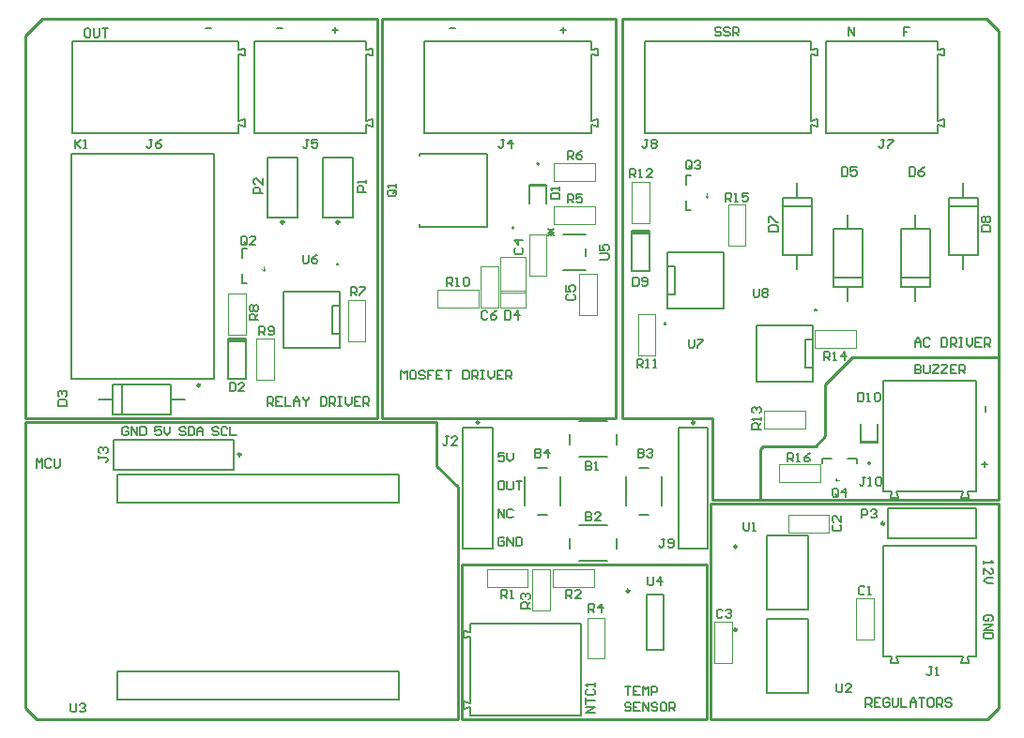
<source format=gto>
G04*
G04 #@! TF.GenerationSoftware,Altium Limited,Altium Designer,24.5.2 (23)*
G04*
G04 Layer_Color=65535*
%FSLAX24Y24*%
%MOIN*%
G70*
G04*
G04 #@! TF.SameCoordinates,ED3D9C19-DC03-4723-BF3F-0792F9F3BFAD*
G04*
G04*
G04 #@! TF.FilePolarity,Positive*
G04*
G01*
G75*
%ADD10C,0.0098*%
%ADD11C,0.0079*%
%ADD12C,0.0050*%
%ADD13C,0.0100*%
%ADD14C,0.0080*%
%ADD15C,0.0039*%
%ADD16C,0.0040*%
%ADD17C,0.0025*%
%ADD18C,0.0080*%
%ADD19C,0.0060*%
D10*
X28738Y7100D02*
G03*
X28738Y7100I-49J0D01*
G01*
X23499Y3325D02*
G03*
X23499Y3325I-49J0D01*
G01*
X9383Y17814D02*
G03*
X9383Y17814I-49J0D01*
G01*
X7415D02*
G03*
X7415Y17814I-49J0D01*
G01*
X4437Y12018D02*
G03*
X4437Y12018I-49J0D01*
G01*
X21999Y10689D02*
G03*
X21999Y10689I-49J0D01*
G01*
X5888Y9550D02*
G03*
X5888Y9550I-49J0D01*
G01*
X23499Y6275D02*
G03*
X23499Y6275I-49J0D01*
G01*
X14349Y10689D02*
G03*
X14349Y10689I-49J0D01*
G01*
X19685Y4704D02*
G03*
X19685Y4704I-49J0D01*
G01*
D11*
X28239Y9237D02*
G03*
X28239Y9237I-39J0D01*
G01*
X15590Y17618D02*
G03*
X15590Y17618I-39J0D01*
G01*
X16474Y19881D02*
G03*
X16474Y19881I-39J0D01*
G01*
X26681Y20966D02*
X30619D01*
X26681Y24234D02*
X30619D01*
X26681Y20966D02*
Y24234D01*
X30855Y21212D02*
Y21468D01*
X30619Y21419D02*
X30855Y21468D01*
X30619Y21261D02*
X30855Y21212D01*
X30619Y20966D02*
Y21261D01*
X30855Y23732D02*
Y23988D01*
X30619Y23939D02*
X30855Y23988D01*
X30619Y23781D02*
X30855Y23732D01*
X30619Y23939D02*
Y24234D01*
Y21419D02*
Y23781D01*
X31984Y6570D02*
Y7630D01*
X28866D02*
X31984D01*
X28866Y6570D02*
Y7630D01*
Y6570D02*
X31984D01*
X29169Y8231D02*
X31531D01*
X31689D02*
X31984D01*
X31482Y7995D02*
X31531Y8231D01*
X31689D02*
X31738Y7995D01*
X31482D02*
X31738D01*
X28716Y8231D02*
X29011D01*
X28962Y7995D02*
X29011Y8231D01*
X29169D02*
X29218Y7995D01*
X28962D02*
X29218D01*
X28716Y12169D02*
X31984D01*
Y8231D02*
Y12169D01*
X28716Y8231D02*
Y12169D01*
X26540Y9248D02*
Y9406D01*
X26874D01*
X27770Y9248D02*
Y9406D01*
X27426D02*
X27770D01*
X24572Y3719D02*
X26028D01*
Y1081D02*
Y3719D01*
X24572Y1081D02*
X26028D01*
X24572D02*
Y3719D01*
X29169Y2382D02*
X31531D01*
X31689D02*
X31984D01*
X31482Y2145D02*
X31531Y2382D01*
X31689D02*
X31738Y2145D01*
X31482D02*
X31738D01*
X28716Y2382D02*
X29011D01*
X28962Y2145D02*
X29011Y2382D01*
X29169D02*
X29218Y2145D01*
X28962D02*
X29218D01*
X28716Y6319D02*
X31984D01*
Y2382D02*
Y6319D01*
X28716Y2382D02*
Y6319D01*
X8805Y20109D02*
X9864D01*
X8805Y17991D02*
Y20109D01*
Y17991D02*
X9864D01*
Y20109D01*
X6836D02*
X7895D01*
X6836Y17991D02*
Y20109D01*
Y17991D02*
X7895D01*
Y20109D01*
X-120Y12254D02*
Y20246D01*
X4920D01*
Y12254D02*
Y20246D01*
X-120Y12254D02*
X4920D01*
X5803Y21419D02*
Y23781D01*
Y23939D02*
Y24234D01*
Y23781D02*
X6039Y23732D01*
X5803Y23939D02*
X6039Y23988D01*
Y23732D02*
Y23988D01*
X5803Y20966D02*
Y21261D01*
X6039Y21212D01*
X5803Y21419D02*
X6039Y21468D01*
Y21212D02*
Y21468D01*
X-103Y20966D02*
Y24234D01*
X5803D01*
X-103Y20966D02*
X5803D01*
X6381D02*
X10318D01*
X6381Y24234D02*
X10318D01*
X6381Y20966D02*
Y24234D01*
X10555Y21212D02*
Y21468D01*
X10318Y21419D02*
X10555Y21468D01*
X10318Y21261D02*
X10555Y21212D01*
X10318Y20966D02*
Y21261D01*
X10555Y23732D02*
Y23988D01*
X10318Y23939D02*
X10555Y23988D01*
X10318Y23781D02*
X10555Y23732D01*
X10318Y23939D02*
Y24234D01*
Y21419D02*
Y23781D01*
X5944Y16526D02*
Y16870D01*
X6102D01*
X5944Y15640D02*
Y15974D01*
Y15640D02*
X6102D01*
X18319Y21419D02*
Y23781D01*
Y23939D02*
Y24234D01*
Y23781D02*
X18555Y23732D01*
X18319Y23939D02*
X18555Y23988D01*
Y23732D02*
Y23988D01*
X18319Y20966D02*
Y21261D01*
X18555Y21212D01*
X18319Y21419D02*
X18555Y21468D01*
Y21212D02*
Y21468D01*
X12413Y20966D02*
Y24234D01*
X18319D01*
X12413Y20966D02*
X18319D01*
X21694Y18240D02*
X21852D01*
X21694D02*
Y18574D01*
Y19470D02*
X21852D01*
X21694Y19126D02*
Y19470D01*
X17888Y5770D02*
X18912D01*
X17888Y7030D02*
X18912D01*
X19227Y6223D02*
Y6577D01*
X17573Y6223D02*
Y6577D01*
X17888Y9470D02*
X18912D01*
X17888Y10730D02*
X18912D01*
X19227Y9923D02*
Y10277D01*
X17573Y9923D02*
Y10277D01*
X22482Y6202D02*
Y10498D01*
X21418Y6202D02*
X22482D01*
X21418D02*
Y10498D01*
X22482D01*
X15970Y7738D02*
Y8762D01*
X17230Y7738D02*
Y8762D01*
X16423Y7423D02*
X16777D01*
X16423Y9077D02*
X16777D01*
X19570Y7738D02*
Y8762D01*
X20830Y7738D02*
Y8762D01*
X20023Y7423D02*
X20377D01*
X20023Y9077D02*
X20377D01*
X5648Y9018D02*
Y10081D01*
X1352D02*
X5648D01*
X1352Y9018D02*
Y10081D01*
Y9018D02*
X5648D01*
X14031Y719D02*
Y3081D01*
Y266D02*
Y561D01*
X13795Y768D02*
X14031Y719D01*
X13795Y512D02*
X14031Y561D01*
X13795Y512D02*
Y768D01*
X14031Y3239D02*
Y3534D01*
X13795Y3288D02*
X14031Y3239D01*
X13795Y3032D02*
X14031Y3081D01*
X13795Y3032D02*
Y3288D01*
X17968Y266D02*
Y3534D01*
X14031Y266D02*
X17968D01*
X14031Y3534D02*
X17968D01*
X24572Y4031D02*
Y6669D01*
Y4031D02*
X26028D01*
Y6669D01*
X24572D02*
X26028D01*
X14832Y6202D02*
Y10498D01*
X13769Y6202D02*
X14832D01*
X13769D02*
Y10498D01*
X14832D01*
X20229Y20966D02*
X26134D01*
X20229Y24234D02*
X26134D01*
X20229Y20966D02*
Y24234D01*
X26370Y21212D02*
Y21468D01*
X26134Y21419D02*
X26370Y21468D01*
X26134Y21261D02*
X26370Y21212D01*
X26134Y20966D02*
Y21261D01*
X26370Y23732D02*
Y23988D01*
X26134Y23939D02*
X26370Y23988D01*
X26134Y23781D02*
X26370Y23732D01*
X26134Y23939D02*
Y24234D01*
Y21419D02*
Y23781D01*
X20285Y2616D02*
X20915D01*
X20285Y4584D02*
X20915D01*
Y2616D02*
Y4584D01*
X20285Y2616D02*
Y4584D01*
X19529Y1310D02*
X19739D01*
X19634D01*
Y996D01*
X20054Y1310D02*
X19844D01*
Y996D01*
X20054D01*
X19844Y1153D02*
X19949D01*
X20158Y996D02*
Y1310D01*
X20263Y1205D01*
X20368Y1310D01*
Y996D01*
X20473D02*
Y1310D01*
X20631D01*
X20683Y1258D01*
Y1153D01*
X20631Y1101D01*
X20473D01*
X19739Y691D02*
X19686Y744D01*
X19581D01*
X19529Y691D01*
Y639D01*
X19581Y586D01*
X19686D01*
X19739Y534D01*
Y481D01*
X19686Y429D01*
X19581D01*
X19529Y481D01*
X20054Y744D02*
X19844D01*
Y429D01*
X20054D01*
X19844Y586D02*
X19949D01*
X20158Y429D02*
Y744D01*
X20368Y429D01*
Y744D01*
X20683Y691D02*
X20631Y744D01*
X20526D01*
X20473Y691D01*
Y639D01*
X20526Y586D01*
X20631D01*
X20683Y534D01*
Y481D01*
X20631Y429D01*
X20526D01*
X20473Y481D01*
X20946Y744D02*
X20841D01*
X20788Y691D01*
Y481D01*
X20841Y429D01*
X20946D01*
X20998Y481D01*
Y691D01*
X20946Y744D01*
X21103Y429D02*
Y744D01*
X21260D01*
X21313Y691D01*
Y586D01*
X21260Y534D01*
X21103D01*
X21208D02*
X21313Y429D01*
X24643Y17488D02*
X24957D01*
Y17645D01*
X24905Y17698D01*
X24695D01*
X24643Y17645D01*
Y17488D01*
Y17802D02*
Y18012D01*
X24695D01*
X24905Y17802D01*
X24957D01*
X28748Y20757D02*
X28643D01*
X28695D01*
Y20495D01*
X28643Y20443D01*
X28590D01*
X28538Y20495D01*
X28852Y20757D02*
X29062D01*
Y20705D01*
X28852Y20495D01*
Y20443D01*
X32344Y11281D02*
Y11071D01*
X32291Y9313D02*
Y9103D01*
X32396Y9208D02*
X32186D01*
X29829Y12744D02*
Y12429D01*
X29986D01*
X30039Y12481D01*
Y12534D01*
X29986Y12586D01*
X29829D01*
X29986D01*
X30039Y12639D01*
Y12691D01*
X29986Y12744D01*
X29829D01*
X30144D02*
Y12481D01*
X30196Y12429D01*
X30301D01*
X30354Y12481D01*
Y12744D01*
X30458D02*
X30668D01*
Y12691D01*
X30458Y12481D01*
Y12429D01*
X30668D01*
X30773Y12744D02*
X30983D01*
Y12691D01*
X30773Y12481D01*
Y12429D01*
X30983D01*
X31298Y12744D02*
X31088D01*
Y12429D01*
X31298D01*
X31088Y12586D02*
X31193D01*
X31403Y12429D02*
Y12744D01*
X31560D01*
X31613Y12691D01*
Y12586D01*
X31560Y12534D01*
X31403D01*
X31508D02*
X31613Y12429D01*
X24088Y15457D02*
Y15195D01*
X24140Y15143D01*
X24245D01*
X24298Y15195D01*
Y15457D01*
X24402Y15405D02*
X24455Y15457D01*
X24560D01*
X24612Y15405D01*
Y15352D01*
X24560Y15300D01*
X24612Y15248D01*
Y15195D01*
X24560Y15143D01*
X24455D01*
X24402Y15195D01*
Y15248D01*
X24455Y15300D01*
X24402Y15352D01*
Y15405D01*
X24455Y15300D02*
X24560D01*
X26322Y14715D02*
Y14662D01*
X26270D01*
Y14715D01*
X26322D01*
X27938Y7293D02*
Y7607D01*
X28095D01*
X28148Y7555D01*
Y7450D01*
X28095Y7398D01*
X27938D01*
X28252Y7555D02*
X28305Y7607D01*
X28410D01*
X28462Y7555D01*
Y7502D01*
X28410Y7450D01*
X28357D01*
X28410D01*
X28462Y7398D01*
Y7345D01*
X28410Y7293D01*
X28305D01*
X28252Y7345D01*
X28066Y8757D02*
X27961D01*
X28014D01*
Y8495D01*
X27961Y8443D01*
X27909D01*
X27856Y8495D01*
X28171Y8443D02*
X28276D01*
X28224D01*
Y8757D01*
X28171Y8705D01*
X28434D02*
X28486Y8757D01*
X28591D01*
X28644Y8705D01*
Y8495D01*
X28591Y8443D01*
X28486D01*
X28434Y8495D01*
Y8705D01*
X27806Y11757D02*
Y11443D01*
X27964D01*
X28016Y11495D01*
Y11705D01*
X27964Y11757D01*
X27806D01*
X28121Y11443D02*
X28226D01*
X28174D01*
Y11757D01*
X28121Y11705D01*
X28384D02*
X28436Y11757D01*
X28541D01*
X28594Y11705D01*
Y11495D01*
X28541Y11443D01*
X28436D01*
X28384Y11495D01*
Y11705D01*
X25306Y9293D02*
Y9607D01*
X25464D01*
X25516Y9555D01*
Y9450D01*
X25464Y9398D01*
X25306D01*
X25411D02*
X25516Y9293D01*
X25621D02*
X25726D01*
X25674D01*
Y9607D01*
X25621Y9555D01*
X26094Y9607D02*
X25989Y9555D01*
X25884Y9450D01*
Y9345D01*
X25936Y9293D01*
X26041D01*
X26094Y9345D01*
Y9398D01*
X26041Y9450D01*
X25884D01*
X27098Y8095D02*
Y8305D01*
X27045Y8357D01*
X26940D01*
X26888Y8305D01*
Y8095D01*
X26940Y8043D01*
X27045D01*
X26993Y8148D02*
X27098Y8043D01*
X27045D02*
X27098Y8095D01*
X27360Y8043D02*
Y8357D01*
X27202Y8200D01*
X27412D01*
X9350Y16350D02*
Y16298D01*
X9298D01*
Y16350D01*
X9350D01*
X6829Y11279D02*
Y11594D01*
X6986D01*
X7039Y11541D01*
Y11436D01*
X6986Y11384D01*
X6829D01*
X6934D02*
X7039Y11279D01*
X7354Y11594D02*
X7144D01*
Y11279D01*
X7354D01*
X7144Y11436D02*
X7249D01*
X7458Y11594D02*
Y11279D01*
X7668D01*
X7773D02*
Y11489D01*
X7878Y11594D01*
X7983Y11489D01*
Y11279D01*
Y11436D01*
X7773D01*
X8088Y11594D02*
Y11541D01*
X8193Y11436D01*
X8298Y11541D01*
Y11594D01*
X8193Y11436D02*
Y11279D01*
X8718Y11594D02*
Y11279D01*
X8875D01*
X8928Y11331D01*
Y11541D01*
X8875Y11594D01*
X8718D01*
X9033Y11279D02*
Y11594D01*
X9190D01*
X9243Y11541D01*
Y11436D01*
X9190Y11384D01*
X9033D01*
X9138D02*
X9243Y11279D01*
X9348Y11594D02*
X9453D01*
X9400D01*
Y11279D01*
X9348D01*
X9453D01*
X9610Y11594D02*
Y11384D01*
X9715Y11279D01*
X9820Y11384D01*
Y11594D01*
X10135D02*
X9925D01*
Y11279D01*
X10135D01*
X9925Y11436D02*
X10030D01*
X10240Y11279D02*
Y11594D01*
X10397D01*
X10450Y11541D01*
Y11436D01*
X10397Y11384D01*
X10240D01*
X10345D02*
X10450Y11279D01*
X17237Y24641D02*
X17447D01*
X17342Y24746D02*
Y24536D01*
X13300Y24694D02*
X13510D01*
X20928Y14185D02*
Y14238D01*
X20980D01*
Y14185D01*
X20928D01*
X28079Y579D02*
Y894D01*
X28236D01*
X28289Y841D01*
Y736D01*
X28236Y684D01*
X28079D01*
X28184D02*
X28289Y579D01*
X28604Y894D02*
X28394D01*
Y579D01*
X28604D01*
X28394Y736D02*
X28499D01*
X28918Y841D02*
X28866Y894D01*
X28761D01*
X28708Y841D01*
Y631D01*
X28761Y579D01*
X28866D01*
X28918Y631D01*
Y736D01*
X28813D01*
X29023Y894D02*
Y631D01*
X29076Y579D01*
X29181D01*
X29233Y631D01*
Y894D01*
X29338D02*
Y579D01*
X29548D01*
X29653D02*
Y789D01*
X29758Y894D01*
X29863Y789D01*
Y579D01*
Y736D01*
X29653D01*
X29968Y894D02*
X30178D01*
X30073D01*
Y579D01*
X30440Y894D02*
X30335D01*
X30283Y841D01*
Y631D01*
X30335Y579D01*
X30440D01*
X30493Y631D01*
Y841D01*
X30440Y894D01*
X30598Y579D02*
Y894D01*
X30755D01*
X30808Y841D01*
Y736D01*
X30755Y684D01*
X30598D01*
X30703D02*
X30808Y579D01*
X31122Y841D02*
X31070Y894D01*
X30965D01*
X30912Y841D01*
Y789D01*
X30965Y736D01*
X31070D01*
X31122Y684D01*
Y631D01*
X31070Y579D01*
X30965D01*
X30912Y631D01*
X29829Y13379D02*
Y13589D01*
X29934Y13694D01*
X30039Y13589D01*
Y13379D01*
Y13536D01*
X29829D01*
X30354Y13641D02*
X30301Y13694D01*
X30196D01*
X30144Y13641D01*
Y13431D01*
X30196Y13379D01*
X30301D01*
X30354Y13431D01*
X30773Y13694D02*
Y13379D01*
X30931D01*
X30983Y13431D01*
Y13641D01*
X30931Y13694D01*
X30773D01*
X31088Y13379D02*
Y13694D01*
X31246D01*
X31298Y13641D01*
Y13536D01*
X31246Y13484D01*
X31088D01*
X31193D02*
X31298Y13379D01*
X31403Y13694D02*
X31508D01*
X31456D01*
Y13379D01*
X31403D01*
X31508D01*
X31665Y13694D02*
Y13484D01*
X31770Y13379D01*
X31875Y13484D01*
Y13694D01*
X32190D02*
X31980D01*
Y13379D01*
X32190D01*
X31980Y13536D02*
X32085D01*
X32295Y13379D02*
Y13694D01*
X32453D01*
X32505Y13641D01*
Y13536D01*
X32453Y13484D01*
X32295D01*
X32400D02*
X32505Y13379D01*
X11579Y12229D02*
Y12544D01*
X11684Y12439D01*
X11789Y12544D01*
Y12229D01*
X12051Y12544D02*
X11946D01*
X11894Y12491D01*
Y12281D01*
X11946Y12229D01*
X12051D01*
X12104Y12281D01*
Y12491D01*
X12051Y12544D01*
X12418Y12491D02*
X12366Y12544D01*
X12261D01*
X12208Y12491D01*
Y12439D01*
X12261Y12386D01*
X12366D01*
X12418Y12334D01*
Y12281D01*
X12366Y12229D01*
X12261D01*
X12208Y12281D01*
X12733Y12544D02*
X12523D01*
Y12386D01*
X12628D01*
X12523D01*
Y12229D01*
X13048Y12544D02*
X12838D01*
Y12229D01*
X13048D01*
X12838Y12386D02*
X12943D01*
X13153Y12544D02*
X13363D01*
X13258D01*
Y12229D01*
X13783Y12544D02*
Y12229D01*
X13940D01*
X13993Y12281D01*
Y12491D01*
X13940Y12544D01*
X13783D01*
X14098Y12229D02*
Y12544D01*
X14255D01*
X14308Y12491D01*
Y12386D01*
X14255Y12334D01*
X14098D01*
X14203D02*
X14308Y12229D01*
X14412Y12544D02*
X14517D01*
X14465D01*
Y12229D01*
X14412D01*
X14517D01*
X14675Y12544D02*
Y12334D01*
X14780Y12229D01*
X14885Y12334D01*
Y12544D01*
X15200D02*
X14990D01*
Y12229D01*
X15200D01*
X14990Y12386D02*
X15095D01*
X15305Y12229D02*
Y12544D01*
X15462D01*
X15514Y12491D01*
Y12386D01*
X15462Y12334D01*
X15305D01*
X15410D02*
X15514Y12229D01*
X15029Y7305D02*
Y7620D01*
X15239Y7305D01*
Y7620D01*
X15553Y7567D02*
X15501Y7620D01*
X15396D01*
X15344Y7567D01*
Y7358D01*
X15396Y7305D01*
X15501D01*
X15553Y7358D01*
X15186Y8620D02*
X15081D01*
X15029Y8567D01*
Y8358D01*
X15081Y8305D01*
X15186D01*
X15239Y8358D01*
Y8567D01*
X15186Y8620D01*
X15344D02*
Y8358D01*
X15396Y8305D01*
X15501D01*
X15553Y8358D01*
Y8620D01*
X15658D02*
X15868D01*
X15763D01*
Y8305D01*
X15239Y6567D02*
X15186Y6620D01*
X15081D01*
X15029Y6567D01*
Y6358D01*
X15081Y6305D01*
X15186D01*
X15239Y6358D01*
Y6462D01*
X15134D01*
X15344Y6305D02*
Y6620D01*
X15553Y6305D01*
Y6620D01*
X15658D02*
Y6305D01*
X15816D01*
X15868Y6358D01*
Y6567D01*
X15816Y6620D01*
X15658D01*
X15239Y9620D02*
X15029D01*
Y9462D01*
X15134Y9515D01*
X15186D01*
X15239Y9462D01*
Y9358D01*
X15186Y9305D01*
X15081D01*
X15029Y9358D01*
X15344Y9620D02*
Y9410D01*
X15449Y9305D01*
X15553Y9410D01*
Y9620D01*
X5089Y10491D02*
X5036Y10544D01*
X4931D01*
X4879Y10491D01*
Y10439D01*
X4931Y10386D01*
X5036D01*
X5089Y10334D01*
Y10281D01*
X5036Y10229D01*
X4931D01*
X4879Y10281D01*
X5404Y10491D02*
X5351Y10544D01*
X5246D01*
X5194Y10491D01*
Y10281D01*
X5246Y10229D01*
X5351D01*
X5404Y10281D01*
X5508Y10544D02*
Y10229D01*
X5718D01*
X3917Y10491D02*
X3865Y10544D01*
X3760D01*
X3707Y10491D01*
Y10439D01*
X3760Y10386D01*
X3865D01*
X3917Y10334D01*
Y10281D01*
X3865Y10229D01*
X3760D01*
X3707Y10281D01*
X4022Y10544D02*
Y10229D01*
X4179D01*
X4232Y10281D01*
Y10491D01*
X4179Y10544D01*
X4022D01*
X4337Y10229D02*
Y10439D01*
X4442Y10544D01*
X4547Y10439D01*
Y10229D01*
Y10386D01*
X4337D01*
X3060Y10544D02*
X2850D01*
Y10386D01*
X2955Y10439D01*
X3008D01*
X3060Y10386D01*
Y10281D01*
X3008Y10229D01*
X2903D01*
X2850Y10281D01*
X3165Y10544D02*
Y10334D01*
X3270Y10229D01*
X3375Y10334D01*
Y10544D01*
X1889Y10491D02*
X1836Y10544D01*
X1731D01*
X1679Y10491D01*
Y10281D01*
X1731Y10229D01*
X1836D01*
X1889Y10281D01*
Y10386D01*
X1784D01*
X1994Y10229D02*
Y10544D01*
X2204Y10229D01*
Y10544D01*
X2308D02*
Y10229D01*
X2466D01*
X2518Y10281D01*
Y10491D01*
X2466Y10544D01*
X2308D01*
X-1371Y9079D02*
Y9394D01*
X-1266Y9289D01*
X-1161Y9394D01*
Y9079D01*
X-847Y9341D02*
X-899Y9394D01*
X-1004D01*
X-1056Y9341D01*
Y9131D01*
X-1004Y9079D01*
X-899D01*
X-847Y9131D01*
X-742Y9394D02*
Y9131D01*
X-689Y9079D01*
X-584D01*
X-532Y9131D01*
Y9394D01*
X493Y24694D02*
X388D01*
X336Y24641D01*
Y24431D01*
X388Y24379D01*
X493D01*
X546Y24431D01*
Y24641D01*
X493Y24694D01*
X651D02*
Y24431D01*
X703Y24379D01*
X808D01*
X861Y24431D01*
Y24694D01*
X966D02*
X1176D01*
X1071D01*
Y24379D01*
X4622Y24694D02*
X4832D01*
X9137Y24641D02*
X9347D01*
X9242Y24746D02*
Y24536D01*
X7169Y24694D02*
X7379D01*
X32541Y3625D02*
X32594Y3677D01*
Y3782D01*
X32541Y3835D01*
X32331D01*
X32279Y3782D01*
Y3677D01*
X32331Y3625D01*
X32436D01*
Y3730D01*
X32279Y3520D02*
X32594D01*
X32279Y3310D01*
X32594D01*
Y3205D02*
X32279D01*
Y3048D01*
X32331Y2995D01*
X32541D01*
X32594Y3048D01*
Y3205D01*
X32279Y5764D02*
Y5659D01*
Y5712D01*
X32594D01*
X32541Y5764D01*
X32279Y5292D02*
Y5502D01*
X32489Y5292D01*
X32541D01*
X32594Y5344D01*
Y5449D01*
X32541Y5502D01*
X32594Y5187D02*
X32384D01*
X32279Y5082D01*
X32384Y4977D01*
X32594D01*
X22939Y24694D02*
X22886Y24746D01*
X22781D01*
X22729Y24694D01*
Y24641D01*
X22781Y24589D01*
X22886D01*
X22939Y24536D01*
Y24484D01*
X22886Y24431D01*
X22781D01*
X22729Y24484D01*
X23254Y24694D02*
X23201Y24746D01*
X23096D01*
X23044Y24694D01*
Y24641D01*
X23096Y24589D01*
X23201D01*
X23254Y24536D01*
Y24484D01*
X23201Y24431D01*
X23096D01*
X23044Y24484D01*
X23358Y24431D02*
Y24746D01*
X23516D01*
X23568Y24694D01*
Y24589D01*
X23516Y24536D01*
X23358D01*
X23463D02*
X23568Y24431D01*
X27469D02*
Y24746D01*
X27679Y24431D01*
Y24746D01*
X29647D02*
X29437D01*
Y24589D01*
X29542D01*
X29437D01*
Y24431D01*
X16785Y17562D02*
X16995Y17353D01*
X16785D02*
X16995Y17562D01*
X16785Y17457D02*
X16995D01*
X16890Y17353D02*
Y17562D01*
X6657Y18838D02*
X6343D01*
Y18995D01*
X6395Y19048D01*
X6500D01*
X6552Y18995D01*
Y18838D01*
X6657Y19362D02*
Y19152D01*
X6448Y19362D01*
X6395D01*
X6343Y19310D01*
Y19205D01*
X6395Y19152D01*
X10342Y18888D02*
X10027D01*
Y19045D01*
X10079Y19098D01*
X10184D01*
X10237Y19045D01*
Y18888D01*
X10342Y19202D02*
Y19307D01*
Y19255D01*
X10027D01*
X10079Y19202D01*
X23106Y18543D02*
Y18857D01*
X23264D01*
X23316Y18805D01*
Y18700D01*
X23264Y18648D01*
X23106D01*
X23211D02*
X23316Y18543D01*
X23421D02*
X23526D01*
X23474D01*
Y18857D01*
X23421Y18805D01*
X23894Y18857D02*
X23684D01*
Y18700D01*
X23789Y18752D01*
X23841D01*
X23894Y18700D01*
Y18595D01*
X23841Y18543D01*
X23736D01*
X23684Y18595D01*
X19808Y15857D02*
Y15543D01*
X19965D01*
X20018Y15595D01*
Y15805D01*
X19965Y15857D01*
X19808D01*
X20123Y15595D02*
X20175Y15543D01*
X20280D01*
X20333Y15595D01*
Y15805D01*
X20280Y15857D01*
X20175D01*
X20123Y15805D01*
Y15753D01*
X20175Y15700D01*
X20333D01*
X16338Y9757D02*
Y9443D01*
X16495D01*
X16548Y9495D01*
Y9548D01*
X16495Y9600D01*
X16338D01*
X16495D01*
X16548Y9652D01*
Y9705D01*
X16495Y9757D01*
X16338D01*
X16810Y9443D02*
Y9757D01*
X16652Y9600D01*
X16862D01*
X19988Y9757D02*
Y9443D01*
X20145D01*
X20198Y9495D01*
Y9548D01*
X20145Y9600D01*
X19988D01*
X20145D01*
X20198Y9652D01*
Y9705D01*
X20145Y9757D01*
X19988D01*
X20302Y9705D02*
X20355Y9757D01*
X20460D01*
X20512Y9705D01*
Y9652D01*
X20460Y9600D01*
X20407D01*
X20460D01*
X20512Y9548D01*
Y9495D01*
X20460Y9443D01*
X20355D01*
X20302Y9495D01*
X18138Y7507D02*
Y7193D01*
X18295D01*
X18348Y7245D01*
Y7298D01*
X18295Y7350D01*
X18138D01*
X18295D01*
X18348Y7402D01*
Y7455D01*
X18295Y7507D01*
X18138D01*
X18662Y7193D02*
X18452D01*
X18662Y7402D01*
Y7455D01*
X18610Y7507D01*
X18505D01*
X18452Y7455D01*
X18138Y9307D02*
Y8993D01*
X18295D01*
X18348Y9045D01*
Y9098D01*
X18295Y9150D01*
X18138D01*
X18295D01*
X18348Y9202D01*
Y9255D01*
X18295Y9307D01*
X18138D01*
X18452Y8993D02*
X18557D01*
X18505D01*
Y9307D01*
X18452Y9255D01*
X20948Y6557D02*
X20843D01*
X20895D01*
Y6295D01*
X20843Y6243D01*
X20790D01*
X20738Y6295D01*
X21052D02*
X21105Y6243D01*
X21210D01*
X21262Y6295D01*
Y6505D01*
X21210Y6557D01*
X21105D01*
X21052Y6505D01*
Y6452D01*
X21105Y6400D01*
X21262D01*
X11355Y18950D02*
X11145D01*
X11093Y18898D01*
Y18793D01*
X11145Y18740D01*
X11355D01*
X11407Y18793D01*
Y18898D01*
X11302Y18845D02*
X11407Y18950D01*
Y18898D02*
X11355Y18950D01*
X11407Y19055D02*
Y19160D01*
Y19107D01*
X11093D01*
X11145Y19055D01*
X21788Y13657D02*
Y13395D01*
X21840Y13343D01*
X21945D01*
X21998Y13395D01*
Y13657D01*
X22102D02*
X22312D01*
Y13605D01*
X22102Y13395D01*
Y13343D01*
X8088Y16657D02*
Y16395D01*
X8140Y16343D01*
X8245D01*
X8298Y16395D01*
Y16657D01*
X8612D02*
X8507Y16605D01*
X8402Y16500D01*
Y16395D01*
X8455Y16343D01*
X8560D01*
X8612Y16395D01*
Y16448D01*
X8560Y16500D01*
X8402D01*
X18643Y16488D02*
X18905D01*
X18957Y16540D01*
Y16645D01*
X18905Y16698D01*
X18643D01*
Y17012D02*
Y16802D01*
X18800D01*
X18748Y16907D01*
Y16960D01*
X18800Y17012D01*
X18905D01*
X18957Y16960D01*
Y16855D01*
X18905Y16802D01*
X20338Y5207D02*
Y4945D01*
X20390Y4893D01*
X20495D01*
X20548Y4945D01*
Y5207D01*
X20810Y4893D02*
Y5207D01*
X20652Y5050D01*
X20862D01*
X26606Y12893D02*
Y13207D01*
X26764D01*
X26816Y13155D01*
Y13050D01*
X26764Y12998D01*
X26606D01*
X26711D02*
X26816Y12893D01*
X26921D02*
X27026D01*
X26974D01*
Y13207D01*
X26921Y13155D01*
X27341Y12893D02*
Y13207D01*
X27184Y13050D01*
X27394D01*
X24357Y10456D02*
X24043D01*
Y10614D01*
X24095Y10666D01*
X24200D01*
X24252Y10614D01*
Y10456D01*
Y10561D02*
X24357Y10666D01*
Y10771D02*
Y10876D01*
Y10824D01*
X24043D01*
X24095Y10771D01*
Y11034D02*
X24043Y11086D01*
Y11191D01*
X24095Y11244D01*
X24148D01*
X24200Y11191D01*
Y11139D01*
Y11191D01*
X24252Y11244D01*
X24305D01*
X24357Y11191D01*
Y11086D01*
X24305Y11034D01*
X19706Y19393D02*
Y19707D01*
X19864D01*
X19916Y19655D01*
Y19550D01*
X19864Y19498D01*
X19706D01*
X19811D02*
X19916Y19393D01*
X20021D02*
X20126D01*
X20074D01*
Y19707D01*
X20021Y19655D01*
X20494Y19393D02*
X20284D01*
X20494Y19602D01*
Y19655D01*
X20441Y19707D01*
X20336D01*
X20284Y19655D01*
X19959Y12643D02*
Y12957D01*
X20116D01*
X20169Y12905D01*
Y12800D01*
X20116Y12748D01*
X19959D01*
X20064D02*
X20169Y12643D01*
X20274D02*
X20379D01*
X20326D01*
Y12957D01*
X20274Y12905D01*
X20536Y12643D02*
X20641D01*
X20589D01*
Y12957D01*
X20536Y12905D01*
X13206Y15543D02*
Y15857D01*
X13364D01*
X13416Y15805D01*
Y15700D01*
X13364Y15648D01*
X13206D01*
X13311D02*
X13416Y15543D01*
X13521D02*
X13626D01*
X13574D01*
Y15857D01*
X13521Y15805D01*
X13784D02*
X13836Y15857D01*
X13941D01*
X13994Y15805D01*
Y15595D01*
X13941Y15543D01*
X13836D01*
X13784Y15595D01*
Y15805D01*
X6538Y13793D02*
Y14107D01*
X6695D01*
X6748Y14055D01*
Y13950D01*
X6695Y13898D01*
X6538D01*
X6643D02*
X6748Y13793D01*
X6852Y13845D02*
X6905Y13793D01*
X7010D01*
X7062Y13845D01*
Y14055D01*
X7010Y14107D01*
X6905D01*
X6852Y14055D01*
Y14002D01*
X6905Y13950D01*
X7062D01*
X6507Y14338D02*
X6193D01*
Y14495D01*
X6245Y14548D01*
X6350D01*
X6402Y14495D01*
Y14338D01*
Y14443D02*
X6507Y14548D01*
X6245Y14652D02*
X6193Y14705D01*
Y14810D01*
X6245Y14862D01*
X6298D01*
X6350Y14810D01*
X6402Y14862D01*
X6455D01*
X6507Y14810D01*
Y14705D01*
X6455Y14652D01*
X6402D01*
X6350Y14705D01*
X6298Y14652D01*
X6245D01*
X6350Y14705D02*
Y14810D01*
X9788Y15193D02*
Y15507D01*
X9945D01*
X9998Y15455D01*
Y15350D01*
X9945Y15298D01*
X9788D01*
X9893D02*
X9998Y15193D01*
X10102Y15507D02*
X10312D01*
Y15455D01*
X10102Y15245D01*
Y15193D01*
X17488Y20043D02*
Y20357D01*
X17645D01*
X17698Y20305D01*
Y20200D01*
X17645Y20148D01*
X17488D01*
X17593D02*
X17698Y20043D01*
X18012Y20357D02*
X17907Y20305D01*
X17802Y20200D01*
Y20095D01*
X17855Y20043D01*
X17960D01*
X18012Y20095D01*
Y20148D01*
X17960Y20200D01*
X17802D01*
X17488Y18493D02*
Y18807D01*
X17645D01*
X17698Y18755D01*
Y18650D01*
X17645Y18598D01*
X17488D01*
X17593D02*
X17698Y18493D01*
X18012Y18807D02*
X17802D01*
Y18650D01*
X17907Y18702D01*
X17960D01*
X18012Y18650D01*
Y18545D01*
X17960Y18493D01*
X17855D01*
X17802Y18545D01*
X18238Y3943D02*
Y4257D01*
X18395D01*
X18448Y4205D01*
Y4100D01*
X18395Y4048D01*
X18238D01*
X18343D02*
X18448Y3943D01*
X18710D02*
Y4257D01*
X18552Y4100D01*
X18762D01*
X16157Y4088D02*
X15843D01*
Y4245D01*
X15895Y4298D01*
X16000D01*
X16052Y4245D01*
Y4088D01*
Y4193D02*
X16157Y4298D01*
X15895Y4402D02*
X15843Y4455D01*
Y4560D01*
X15895Y4612D01*
X15948D01*
X16000Y4560D01*
Y4507D01*
Y4560D01*
X16052Y4612D01*
X16105D01*
X16157Y4560D01*
Y4455D01*
X16105Y4402D01*
X17438Y4443D02*
Y4757D01*
X17595D01*
X17648Y4705D01*
Y4600D01*
X17595Y4548D01*
X17438D01*
X17543D02*
X17648Y4443D01*
X17962D02*
X17752D01*
X17962Y4652D01*
Y4705D01*
X17910Y4757D01*
X17805D01*
X17752Y4705D01*
X15140Y4443D02*
Y4757D01*
X15298D01*
X15350Y4705D01*
Y4600D01*
X15298Y4548D01*
X15140D01*
X15245D02*
X15350Y4443D01*
X15455D02*
X15560D01*
X15507D01*
Y4757D01*
X15455Y4705D01*
X21898Y19745D02*
Y19955D01*
X21845Y20007D01*
X21740D01*
X21688Y19955D01*
Y19745D01*
X21740Y19693D01*
X21845D01*
X21793Y19798D02*
X21898Y19693D01*
X21845D02*
X21898Y19745D01*
X22002Y19955D02*
X22055Y20007D01*
X22160D01*
X22212Y19955D01*
Y19902D01*
X22160Y19850D01*
X22107D01*
X22160D01*
X22212Y19798D01*
Y19745D01*
X22160Y19693D01*
X22055D01*
X22002Y19745D01*
X6098Y17056D02*
Y17266D01*
X6045Y17319D01*
X5940D01*
X5888Y17266D01*
Y17056D01*
X5940Y17004D01*
X6045D01*
X5993Y17109D02*
X6098Y17004D01*
X6045D02*
X6098Y17056D01*
X6412Y17004D02*
X6202D01*
X6412Y17214D01*
Y17266D01*
X6360Y17319D01*
X6255D01*
X6202Y17266D01*
X18457Y375D02*
X18143D01*
X18457Y585D01*
X18143D01*
Y690D02*
Y900D01*
Y795D01*
X18457D01*
X18195Y1215D02*
X18143Y1162D01*
Y1057D01*
X18195Y1005D01*
X18405D01*
X18457Y1057D01*
Y1162D01*
X18405Y1215D01*
X18457Y1320D02*
Y1425D01*
Y1372D01*
X18143D01*
X18195Y1320D01*
X-10Y20757D02*
Y20443D01*
Y20548D01*
X200Y20757D01*
X43Y20600D01*
X200Y20443D01*
X305D02*
X410D01*
X357D01*
Y20757D01*
X305Y20705D01*
X20348Y20757D02*
X20243D01*
X20295D01*
Y20495D01*
X20243Y20443D01*
X20190D01*
X20138Y20495D01*
X20452Y20705D02*
X20505Y20757D01*
X20610D01*
X20662Y20705D01*
Y20652D01*
X20610Y20600D01*
X20662Y20548D01*
Y20495D01*
X20610Y20443D01*
X20505D01*
X20452Y20495D01*
Y20548D01*
X20505Y20600D01*
X20452Y20652D01*
Y20705D01*
X20505Y20600D02*
X20610D01*
X2748Y20757D02*
X2643D01*
X2695D01*
Y20495D01*
X2643Y20443D01*
X2590D01*
X2538Y20495D01*
X3062Y20757D02*
X2957Y20705D01*
X2852Y20600D01*
Y20495D01*
X2905Y20443D01*
X3010D01*
X3062Y20495D01*
Y20548D01*
X3010Y20600D01*
X2852D01*
X8298Y20757D02*
X8193D01*
X8245D01*
Y20495D01*
X8193Y20443D01*
X8140D01*
X8088Y20495D01*
X8612Y20757D02*
X8402D01*
Y20600D01*
X8507Y20652D01*
X8560D01*
X8612Y20600D01*
Y20495D01*
X8560Y20443D01*
X8455D01*
X8402Y20495D01*
X15248Y20757D02*
X15143D01*
X15195D01*
Y20495D01*
X15143Y20443D01*
X15090D01*
X15038Y20495D01*
X15510Y20443D02*
Y20757D01*
X15352Y20600D01*
X15562D01*
X843Y9498D02*
Y9393D01*
Y9445D01*
X1105D01*
X1157Y9393D01*
Y9340D01*
X1105Y9288D01*
X895Y9602D02*
X843Y9655D01*
Y9760D01*
X895Y9812D01*
X948D01*
X1000Y9760D01*
Y9707D01*
Y9760D01*
X1052Y9812D01*
X1105D01*
X1157Y9760D01*
Y9655D01*
X1105Y9602D01*
X13261Y10198D02*
X13156D01*
X13209D01*
Y9936D01*
X13156Y9883D01*
X13104D01*
X13051Y9936D01*
X13576Y9883D02*
X13366D01*
X13576Y10093D01*
Y10146D01*
X13524Y10198D01*
X13419D01*
X13366Y10146D01*
X32193Y17488D02*
X32507D01*
Y17645D01*
X32455Y17698D01*
X32245D01*
X32193Y17645D01*
Y17488D01*
X32245Y17802D02*
X32193Y17855D01*
Y17960D01*
X32245Y18012D01*
X32298D01*
X32350Y17960D01*
X32402Y18012D01*
X32455D01*
X32507Y17960D01*
Y17855D01*
X32455Y17802D01*
X32402D01*
X32350Y17855D01*
X32298Y17802D01*
X32245D01*
X32350Y17855D02*
Y17960D01*
X29632Y19772D02*
Y19457D01*
X29790D01*
X29842Y19510D01*
Y19720D01*
X29790Y19772D01*
X29632D01*
X30157D02*
X30052Y19720D01*
X29947Y19615D01*
Y19510D01*
X30000Y19457D01*
X30105D01*
X30157Y19510D01*
Y19562D01*
X30105Y19615D01*
X29947D01*
X27232Y19772D02*
Y19457D01*
X27390D01*
X27442Y19510D01*
Y19720D01*
X27390Y19772D01*
X27232D01*
X27757D02*
X27547D01*
Y19615D01*
X27652Y19667D01*
X27705D01*
X27757Y19615D01*
Y19510D01*
X27705Y19457D01*
X27600D01*
X27547Y19510D01*
X15273Y14671D02*
Y14356D01*
X15430D01*
X15483Y14409D01*
Y14618D01*
X15430Y14671D01*
X15273D01*
X15745Y14356D02*
Y14671D01*
X15588Y14513D01*
X15797D01*
X-607Y11288D02*
X-293D01*
Y11445D01*
X-345Y11498D01*
X-555D01*
X-607Y11445D01*
Y11288D01*
X-555Y11602D02*
X-607Y11655D01*
Y11760D01*
X-555Y11812D01*
X-502D01*
X-450Y11760D01*
Y11707D01*
Y11760D01*
X-398Y11812D01*
X-345D01*
X-293Y11760D01*
Y11655D01*
X-345Y11602D01*
X5488Y12107D02*
Y11793D01*
X5645D01*
X5698Y11845D01*
Y12055D01*
X5645Y12107D01*
X5488D01*
X6012Y11793D02*
X5802D01*
X6012Y12002D01*
Y12055D01*
X5960Y12107D01*
X5855D01*
X5802Y12055D01*
X16893Y18640D02*
X17207D01*
Y18798D01*
X17155Y18850D01*
X16945D01*
X16893Y18798D01*
Y18640D01*
X17207Y18955D02*
Y19060D01*
Y19007D01*
X16893D01*
X16945Y18955D01*
X14648Y14618D02*
X14595Y14671D01*
X14490D01*
X14438Y14618D01*
Y14409D01*
X14490Y14356D01*
X14595D01*
X14648Y14409D01*
X14962Y14671D02*
X14857Y14618D01*
X14752Y14513D01*
Y14409D01*
X14805Y14356D01*
X14910D01*
X14962Y14409D01*
Y14461D01*
X14910Y14513D01*
X14752D01*
X17495Y15248D02*
X17443Y15195D01*
Y15090D01*
X17495Y15038D01*
X17705D01*
X17757Y15090D01*
Y15195D01*
X17705Y15248D01*
X17443Y15562D02*
Y15352D01*
X17600D01*
X17548Y15457D01*
Y15510D01*
X17600Y15562D01*
X17705D01*
X17757Y15510D01*
Y15405D01*
X17705Y15352D01*
X15645Y16898D02*
X15593Y16845D01*
Y16740D01*
X15645Y16688D01*
X15855D01*
X15907Y16740D01*
Y16845D01*
X15855Y16898D01*
X15907Y17160D02*
X15593D01*
X15750Y17002D01*
Y17212D01*
X22998Y4005D02*
X22945Y4057D01*
X22840D01*
X22788Y4005D01*
Y3795D01*
X22840Y3743D01*
X22945D01*
X22998Y3795D01*
X23102Y4005D02*
X23155Y4057D01*
X23260D01*
X23312Y4005D01*
Y3952D01*
X23260Y3900D01*
X23207D01*
X23260D01*
X23312Y3848D01*
Y3795D01*
X23260Y3743D01*
X23155D01*
X23102Y3795D01*
X26945Y7048D02*
X26893Y6995D01*
Y6890D01*
X26945Y6838D01*
X27155D01*
X27207Y6890D01*
Y6995D01*
X27155Y7048D01*
X27207Y7362D02*
Y7152D01*
X26998Y7362D01*
X26945D01*
X26893Y7310D01*
Y7205D01*
X26945Y7152D01*
X28050Y4827D02*
X27998Y4880D01*
X27893D01*
X27840Y4827D01*
Y4617D01*
X27893Y4565D01*
X27998D01*
X28050Y4617D01*
X28155Y4565D02*
X28260D01*
X28207D01*
Y4880D01*
X28155Y4827D01*
X-162Y707D02*
Y445D01*
X-110Y393D01*
X-5D01*
X48Y445D01*
Y707D01*
X152Y655D02*
X205Y707D01*
X310D01*
X362Y655D01*
Y602D01*
X310Y550D01*
X257D01*
X310D01*
X362Y498D01*
Y445D01*
X310Y393D01*
X205D01*
X152Y445D01*
X27038Y1407D02*
Y1145D01*
X27090Y1093D01*
X27195D01*
X27248Y1145D01*
Y1407D01*
X27562Y1093D02*
X27352D01*
X27562Y1302D01*
Y1355D01*
X27510Y1407D01*
X27405D01*
X27352Y1355D01*
X23740Y7157D02*
Y6895D01*
X23793Y6843D01*
X23898D01*
X23950Y6895D01*
Y7157D01*
X24055Y6843D02*
X24160D01*
X24107D01*
Y7157D01*
X24055Y7105D01*
X30450Y2007D02*
X30345D01*
X30398D01*
Y1745D01*
X30345Y1693D01*
X30293D01*
X30240Y1745D01*
X30555Y1693D02*
X30660D01*
X30607D01*
Y2007D01*
X30555Y1955D01*
D12*
X26181Y16638D02*
Y18360D01*
Y18685D01*
X25119Y18360D02*
Y18685D01*
Y16638D02*
Y18360D01*
X26181D01*
X25650Y18685D02*
X26181D01*
X25119D02*
X25650D01*
X25119Y16638D02*
X25650D01*
X26181D01*
X25650Y18685D02*
Y19197D01*
Y16126D02*
Y16638D01*
X27905Y9973D02*
Y10627D01*
X28495Y9973D02*
Y10627D01*
X27905Y10017D02*
X28495D01*
X27905Y9977D02*
X28495D01*
X1665Y12032D02*
X3387D01*
X1340D02*
X1665D01*
X1340Y10969D02*
X1665D01*
X3387D01*
X1665D02*
Y12032D01*
X1340Y11500D02*
Y12032D01*
Y10969D02*
Y11500D01*
X3387Y10969D02*
Y11500D01*
Y12032D01*
X828Y11500D02*
X1340D01*
X3387D02*
X3899D01*
X12233Y17648D02*
X14635D01*
Y20247D01*
X12233D02*
X14635D01*
X12233Y17648D02*
Y17729D01*
Y20166D02*
Y20247D01*
X16730Y18491D02*
Y19145D01*
X16140Y18491D02*
Y19145D01*
Y19101D02*
X16730D01*
X16140Y19141D02*
X16730D01*
X29850Y17560D02*
Y18072D01*
Y15001D02*
Y15513D01*
X29318Y17560D02*
X29850D01*
X30382D01*
X29850Y15513D02*
X30382D01*
X29318D02*
X29850D01*
X29318Y15838D02*
X30382D01*
Y17560D01*
Y15513D02*
Y15838D01*
X29318Y15513D02*
Y15838D01*
Y17560D01*
X31550Y16126D02*
Y16638D01*
Y18685D02*
Y19197D01*
Y16638D02*
X32081D01*
X31019D02*
X31550D01*
X31019Y18685D02*
X31550D01*
X32081D01*
X31019Y18360D02*
X32081D01*
X31019Y16638D02*
Y18360D01*
Y18685D01*
X32081Y18360D02*
Y18685D01*
Y16638D02*
Y18360D01*
X27450Y17560D02*
Y18072D01*
Y15001D02*
Y15513D01*
X26918Y17560D02*
X27450D01*
X27982D01*
X27450Y15513D02*
X27982D01*
X26918D02*
X27450D01*
X26918Y15838D02*
X27982D01*
Y17560D01*
Y15513D02*
Y15838D01*
X26918Y15513D02*
Y15838D01*
Y17560D01*
D13*
X27600Y13000D02*
X32800D01*
X26650Y12050D02*
X27600Y13000D01*
X26650Y10200D02*
Y12050D01*
X26300Y9850D02*
X26650Y10200D01*
X24450Y9850D02*
X26300D01*
X24350Y9750D02*
X24450Y9850D01*
X24350Y7950D02*
Y9750D01*
X10900Y10850D02*
X19200D01*
X10900Y25050D02*
X19200D01*
Y10850D02*
Y25050D01*
X10900Y10850D02*
Y25050D01*
X32800Y7950D02*
Y13000D01*
X23550Y7950D02*
X32800D01*
X32800Y24600D02*
X32800Y12650D01*
X32354Y25046D02*
X32800Y24600D01*
X-1150Y25050D02*
X10750D01*
Y21000D02*
Y25050D01*
X19450Y19569D02*
Y25046D01*
X20414D02*
X21378D01*
X19450D02*
X20414D01*
X21378D02*
X22020D01*
X22650Y10175D02*
Y10850D01*
X19450D02*
X22650D01*
X19450D02*
Y19569D01*
X22650Y7950D02*
Y10175D01*
X10250Y10700D02*
X12850D01*
Y9150D02*
X13591Y8409D01*
X12850Y9150D02*
Y10700D01*
X10023D02*
X10250D01*
X-1750Y10050D02*
Y10700D01*
Y10850D02*
X10750D01*
X-1750D02*
Y24450D01*
X10750Y10850D02*
Y21000D01*
X13750Y5100D02*
Y5650D01*
Y150D02*
Y2100D01*
X22570Y680D02*
Y7801D01*
Y150D02*
Y680D01*
Y150D02*
X32400D01*
X32800Y550D01*
Y7801D01*
X30151D02*
X32800D01*
X22570D02*
X30151D01*
X22650Y7950D02*
X23550D01*
X14500Y150D02*
X16100D01*
X-1750Y10700D02*
X10023D01*
X-1750Y550D02*
Y10050D01*
Y550D02*
X-1350Y150D01*
X13591D01*
Y8409D01*
X22020Y25046D02*
X22346D01*
X32354D01*
X13750Y150D02*
X14500D01*
X-1750Y24450D02*
X-1150Y25050D01*
X13750Y2100D02*
Y5100D01*
X16100Y150D02*
X22450Y150D01*
Y5650D01*
X13750D02*
X22450D01*
D14*
X25950Y12650D02*
X26200D01*
X25950D02*
Y13650D01*
X26200D01*
Y12150D02*
Y14150D01*
X24200D02*
X26200D01*
X24200Y12150D02*
X26200D01*
X25950Y12650D02*
X26200D01*
X25950D02*
Y13650D01*
X26200D01*
X24200Y12150D02*
Y14150D01*
X11500Y850D02*
Y1850D01*
X1500Y850D02*
X11500D01*
X1500D02*
Y1850D01*
X2250D01*
X11500Y7850D02*
Y8850D01*
X1500Y7850D02*
X11500D01*
X1500D02*
Y8850D01*
X2250D01*
X9150Y13850D02*
X9400D01*
X9150D02*
Y14850D01*
X9400D01*
Y13350D02*
Y15350D01*
X7400D02*
X9400D01*
X7400Y13350D02*
X9400D01*
X9150Y13850D02*
X9400D01*
X9150D02*
Y14850D01*
X9400D01*
X7400Y13350D02*
Y15350D01*
X5435Y12237D02*
Y13576D01*
X6065Y12237D02*
Y13576D01*
X5435D02*
X6065D01*
X5435Y12237D02*
X6065Y12237D01*
X5483Y13623D02*
X6065D01*
X5435Y13671D02*
X6065D01*
X5435Y13576D02*
Y13671D01*
X6065Y13576D02*
Y13671D01*
X5435Y13576D02*
X6065D01*
X19755Y17419D02*
X20385D01*
Y17515D01*
X19755Y17419D02*
Y17515D01*
X20385D01*
X19803Y17467D02*
X20385D01*
X19755Y16081D02*
X20385Y16081D01*
X19755Y17419D02*
X20385D01*
Y16081D02*
Y17419D01*
X19755Y16081D02*
Y17419D01*
X21050Y16250D02*
X21300D01*
Y15250D02*
Y16250D01*
X21050Y15250D02*
X21300D01*
X21050Y14750D02*
Y16750D01*
Y14750D02*
X23050D01*
X21050Y16750D02*
X23050D01*
X21050Y16250D02*
X21300D01*
Y15250D02*
Y16250D01*
X21050Y15250D02*
X21300D01*
X23050Y14750D02*
Y16750D01*
D15*
X24999Y9215D02*
X26456D01*
X24999Y8585D02*
X26456D01*
Y9215D01*
X24999Y8585D02*
Y9215D01*
X18185Y3756D02*
X18815D01*
X18185Y2299D02*
X18815D01*
X18185D02*
Y3756D01*
X18815Y2299D02*
Y3756D01*
X25322Y7415D02*
X26778D01*
X25322Y6785D02*
X26778D01*
Y7415D01*
X25322Y6785D02*
Y7415D01*
X6435Y12222D02*
Y13678D01*
X7065Y12222D02*
Y13678D01*
X6435D02*
X7065D01*
X6435Y12222D02*
X7065D01*
X9685Y13572D02*
X10315D01*
X9685Y15028D02*
X10315D01*
Y13572D02*
Y15028D01*
X9685Y13572D02*
Y15028D01*
X5435Y15278D02*
X6065D01*
X5435Y13822D02*
X6065D01*
X5435D02*
Y15278D01*
X6065Y13822D02*
Y15278D01*
X23185Y16972D02*
Y18428D01*
X23815Y16972D02*
Y18428D01*
X23185D02*
X23815D01*
X23185Y16972D02*
X23815D01*
X24472Y10485D02*
X25928D01*
X24472Y11115D02*
X25928D01*
X24472Y10485D02*
Y11115D01*
X25928Y10485D02*
Y11115D01*
X17007Y17735D02*
X18463D01*
X17007Y18365D02*
X18463D01*
X17007Y17735D02*
Y18365D01*
X18463Y17735D02*
Y18365D01*
X14400Y16242D02*
X15030D01*
X14400Y14785D02*
X15030D01*
X14400D02*
Y16242D01*
X15030Y14785D02*
Y16242D01*
X17907Y14519D02*
X18537D01*
X17907Y15976D02*
X18537D01*
Y14519D02*
Y15976D01*
X17907Y14519D02*
Y15976D01*
X17007Y19285D02*
X18463D01*
X17007Y19915D02*
X18463D01*
X17007Y19285D02*
Y19915D01*
X18463Y19285D02*
Y19915D01*
X16120Y15922D02*
X16750D01*
X16120Y17378D02*
X16750D01*
Y15922D02*
Y17378D01*
X16120Y15922D02*
Y17378D01*
X12872Y14785D02*
X14328D01*
X12872Y15415D02*
X14328D01*
X12872Y14785D02*
Y15415D01*
X14328Y14785D02*
Y15415D01*
X22700Y3601D02*
X23329D01*
X22700Y2144D02*
X23329D01*
X22700D02*
Y3601D01*
X23329Y2144D02*
Y3601D01*
X20385Y17772D02*
Y19228D01*
X19755Y17772D02*
Y19228D01*
Y17772D02*
X20385D01*
X19755Y19228D02*
X20385D01*
X26272Y13965D02*
X27728D01*
X26272Y13335D02*
X27728D01*
Y13965D01*
X26272Y13335D02*
Y13965D01*
X19985Y13072D02*
Y14528D01*
X20615Y13072D02*
Y14528D01*
X19985D02*
X20615D01*
X19985Y13072D02*
X20615D01*
X27735Y2972D02*
X28365D01*
X27735Y4428D02*
X28365D01*
Y2972D02*
Y4428D01*
X27735Y2972D02*
Y4428D01*
X14622Y5478D02*
X16078D01*
X14622Y4848D02*
X16078D01*
Y5478D01*
X14622Y4848D02*
Y5478D01*
X16972D02*
X18428D01*
X16972Y4848D02*
X18428D01*
Y5478D01*
X16972Y4848D02*
Y5478D01*
X16865Y4022D02*
Y5478D01*
X16235Y4022D02*
Y5478D01*
Y4022D02*
X16865D01*
X16235Y5478D02*
X16865D01*
D16*
X26990Y8650D02*
X27040Y8600D01*
X26990Y8650D02*
X27040Y8700D01*
X26990Y8650D02*
X27130D01*
X6700Y16090D02*
Y16230D01*
X6650Y16140D02*
X6700Y16090D01*
X6750Y16140D01*
X22450Y18690D02*
X22500Y18740D01*
X22400D02*
X22450Y18690D01*
Y18830D01*
D17*
X15107Y15374D02*
X15993D01*
X15107Y15324D02*
X15993D01*
Y14783D02*
Y16574D01*
X15107Y14778D02*
X15993D01*
X15107D02*
Y16569D01*
Y16574D02*
X15993D01*
D18*
X2250Y1850D02*
X11500D01*
X2250Y8850D02*
X11500D01*
D19*
X17340Y16110D02*
X18130D01*
Y16617D02*
Y16883D01*
X17340Y17390D02*
X18130D01*
M02*

</source>
